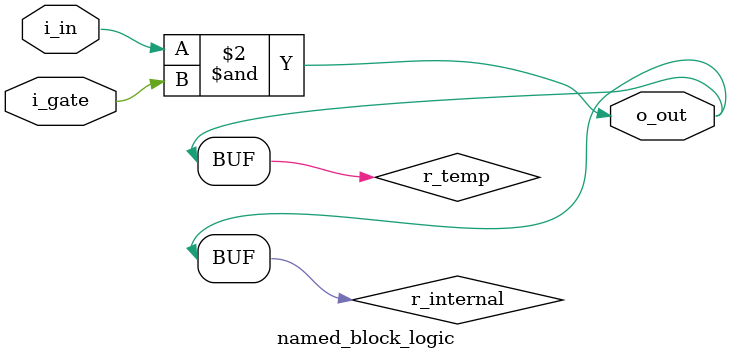
<source format=sv>
module named_block_logic (
    output logic o_out,
    input logic i_in,
    input logic i_gate
);
    logic r_internal;
    logic r_temp;
    always_comb begin : my_combinational_block
        r_temp = i_in & i_gate;
        r_internal = r_temp;
        o_out = r_internal;
    end
endmodule


</source>
